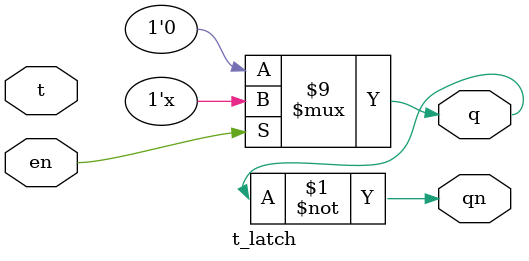
<source format=v>
module t_latch(
                input en,t,
                output reg q,
                output qn);
assign qn=~q;

always @(en or t)
    begin
        if(!en)
            q<=0;
        else
            begin
            case(t)
            1'b0 : q<=q;
            
            default : q<=~q;
            
                       endcase
                      end
                                            
                       end

    endmodule

</source>
